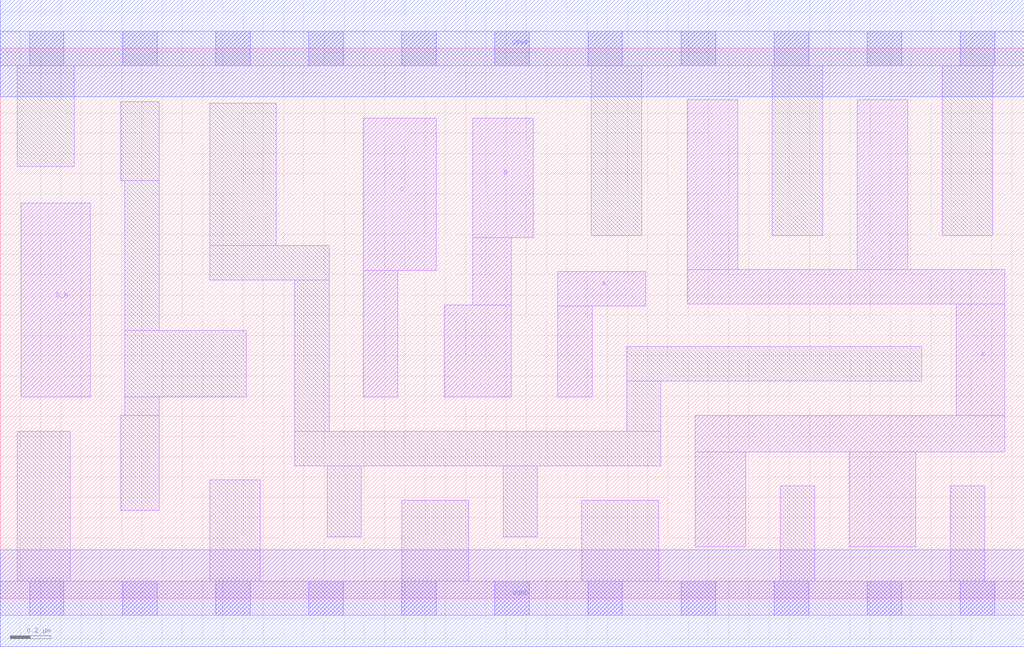
<source format=lef>
# Copyright 2020 The SkyWater PDK Authors
#
# Licensed under the Apache License, Version 2.0 (the "License");
# you may not use this file except in compliance with the License.
# You may obtain a copy of the License at
#
#     https://www.apache.org/licenses/LICENSE-2.0
#
# Unless required by applicable law or agreed to in writing, software
# distributed under the License is distributed on an "AS IS" BASIS,
# WITHOUT WARRANTIES OR CONDITIONS OF ANY KIND, either express or implied.
# See the License for the specific language governing permissions and
# limitations under the License.
#
# SPDX-License-Identifier: Apache-2.0

VERSION 5.7 ;
  NAMESCASESENSITIVE ON ;
  NOWIREEXTENSIONATPIN ON ;
  DIVIDERCHAR "/" ;
  BUSBITCHARS "[]" ;
UNITS
  DATABASE MICRONS 200 ;
END UNITS
MACRO sky130_fd_sc_hd__or4b_4
  CLASS CORE ;
  SOURCE USER ;
  FOREIGN sky130_fd_sc_hd__or4b_4 ;
  ORIGIN  0.000000  0.000000 ;
  SIZE  5.060000 BY  2.720000 ;
  SYMMETRY X Y R90 ;
  SITE unithd ;
  PIN A
    ANTENNAGATEAREA  0.247500 ;
    DIRECTION INPUT ;
    USE SIGNAL ;
    PORT
      LAYER li1 ;
        RECT 2.755000 0.995000 2.925000 1.445000 ;
        RECT 2.755000 1.445000 3.190000 1.615000 ;
    END
  END A
  PIN B
    ANTENNAGATEAREA  0.247500 ;
    DIRECTION INPUT ;
    USE SIGNAL ;
    PORT
      LAYER li1 ;
        RECT 2.195000 0.995000 2.525000 1.450000 ;
        RECT 2.335000 1.450000 2.525000 1.785000 ;
        RECT 2.335000 1.785000 2.635000 2.375000 ;
    END
  END B
  PIN C
    ANTENNAGATEAREA  0.247500 ;
    DIRECTION INPUT ;
    USE SIGNAL ;
    PORT
      LAYER li1 ;
        RECT 1.795000 0.995000 1.965000 1.620000 ;
        RECT 1.795000 1.620000 2.155000 2.375000 ;
    END
  END C
  PIN D_N
    ANTENNAGATEAREA  0.126000 ;
    DIRECTION INPUT ;
    USE SIGNAL ;
    PORT
      LAYER li1 ;
        RECT 0.105000 0.995000 0.445000 1.955000 ;
    END
  END D_N
  PIN X
    ANTENNADIFFAREA  0.891000 ;
    DIRECTION OUTPUT ;
    USE SIGNAL ;
    PORT
      LAYER li1 ;
        RECT 3.395000 1.455000 4.965000 1.625000 ;
        RECT 3.395000 1.625000 3.645000 2.465000 ;
        RECT 3.435000 0.255000 3.685000 0.725000 ;
        RECT 3.435000 0.725000 4.965000 0.905000 ;
        RECT 4.195000 0.255000 4.525000 0.725000 ;
        RECT 4.235000 1.625000 4.485000 2.465000 ;
        RECT 4.725000 0.905000 4.965000 1.455000 ;
    END
  END X
  PIN VGND
    DIRECTION INOUT ;
    SHAPE ABUTMENT ;
    USE GROUND ;
    PORT
      LAYER met1 ;
        RECT 0.000000 -0.240000 5.060000 0.240000 ;
    END
  END VGND
  PIN VPWR
    DIRECTION INOUT ;
    SHAPE ABUTMENT ;
    USE POWER ;
    PORT
      LAYER met1 ;
        RECT 0.000000 2.480000 5.060000 2.960000 ;
    END
  END VPWR
  OBS
    LAYER li1 ;
      RECT 0.000000 -0.085000 5.060000 0.085000 ;
      RECT 0.000000  2.635000 5.060000 2.805000 ;
      RECT 0.085000  0.085000 0.345000 0.825000 ;
      RECT 0.085000  2.135000 0.365000 2.635000 ;
      RECT 0.595000  0.435000 0.785000 0.905000 ;
      RECT 0.595000  2.065000 0.785000 2.455000 ;
      RECT 0.615000  0.905000 0.785000 0.995000 ;
      RECT 0.615000  0.995000 1.215000 1.325000 ;
      RECT 0.615000  1.325000 0.785000 2.065000 ;
      RECT 1.035000  0.085000 1.285000 0.585000 ;
      RECT 1.035000  1.575000 1.625000 1.745000 ;
      RECT 1.035000  1.745000 1.365000 2.450000 ;
      RECT 1.455000  0.655000 3.265000 0.825000 ;
      RECT 1.455000  0.825000 1.625000 1.575000 ;
      RECT 1.615000  0.305000 1.785000 0.655000 ;
      RECT 1.985000  0.085000 2.315000 0.485000 ;
      RECT 2.485000  0.305000 2.655000 0.655000 ;
      RECT 2.875000  0.085000 3.255000 0.485000 ;
      RECT 2.920000  1.795000 3.170000 2.635000 ;
      RECT 3.095000  0.825000 3.265000 1.075000 ;
      RECT 3.095000  1.075000 4.555000 1.245000 ;
      RECT 3.815000  1.795000 4.065000 2.635000 ;
      RECT 3.855000  0.085000 4.025000 0.555000 ;
      RECT 4.655000  1.795000 4.905000 2.635000 ;
      RECT 4.695000  0.085000 4.865000 0.555000 ;
    LAYER mcon ;
      RECT 0.145000 -0.085000 0.315000 0.085000 ;
      RECT 0.145000  2.635000 0.315000 2.805000 ;
      RECT 0.605000 -0.085000 0.775000 0.085000 ;
      RECT 0.605000  2.635000 0.775000 2.805000 ;
      RECT 1.065000 -0.085000 1.235000 0.085000 ;
      RECT 1.065000  2.635000 1.235000 2.805000 ;
      RECT 1.525000 -0.085000 1.695000 0.085000 ;
      RECT 1.525000  2.635000 1.695000 2.805000 ;
      RECT 1.985000 -0.085000 2.155000 0.085000 ;
      RECT 1.985000  2.635000 2.155000 2.805000 ;
      RECT 2.445000 -0.085000 2.615000 0.085000 ;
      RECT 2.445000  2.635000 2.615000 2.805000 ;
      RECT 2.905000 -0.085000 3.075000 0.085000 ;
      RECT 2.905000  2.635000 3.075000 2.805000 ;
      RECT 3.365000 -0.085000 3.535000 0.085000 ;
      RECT 3.365000  2.635000 3.535000 2.805000 ;
      RECT 3.825000 -0.085000 3.995000 0.085000 ;
      RECT 3.825000  2.635000 3.995000 2.805000 ;
      RECT 4.285000 -0.085000 4.455000 0.085000 ;
      RECT 4.285000  2.635000 4.455000 2.805000 ;
      RECT 4.745000 -0.085000 4.915000 0.085000 ;
      RECT 4.745000  2.635000 4.915000 2.805000 ;
  END
END sky130_fd_sc_hd__or4b_4

</source>
